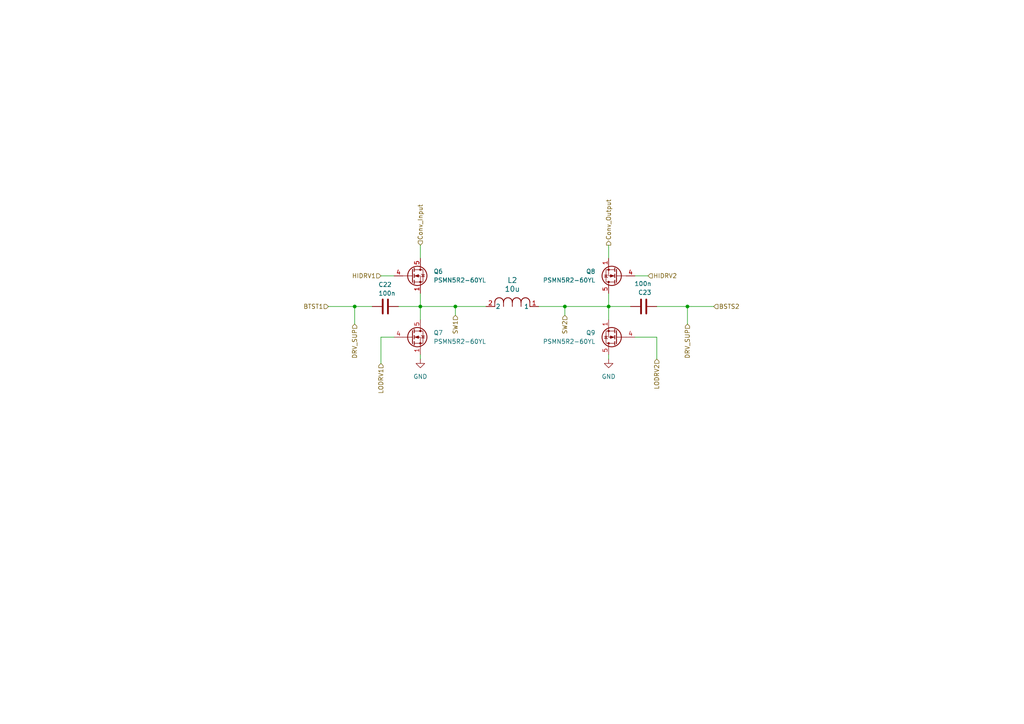
<source format=kicad_sch>
(kicad_sch (version 20231120) (generator "eeschema") (generator_version "8.0")
  (paper "A4")
  (lib_symbols
    (symbol "Device:C" (pin_numbers hide) (pin_names (offset 0.254))
      (property "Reference" "C" (at 0.635 2.54 0))
      (property "Value" "C" (at 0.635 -2.54 0))
      (symbol "C_0_1"
        (polyline (pts (xy -2.032 -0.762) (xy 2.032 -0.762)) (stroke (width 0.508)))
        (polyline (pts (xy -2.032 0.762) (xy 2.032 0.762)) (stroke (width 0.508)))
      )
      (symbol "C_1_1"
        (pin passive line (at 0 3.81 270) (length 2.794) (name "~") (number "1"))
        (pin passive line (at 0 -3.81 90) (length 2.794) (name "~") (number "2"))
      )
    )
    (symbol "Inductor:IHLP6767GZER100M01" (pin_names (offset 0.254))
      (property "Reference" "L" (at 6.985 5.08 0))
      (property "Value" "IHLP6767GZER100M01" (at 6.985 -2.54 0))
      (symbol "IHLP6767GZER100M01_1_1"
        (polyline (pts (xy 2.54 0) (xy 2.54 1.27)) (stroke (width 0.2032)))
        (polyline (pts (xy 5.08 0) (xy 5.08 1.27)) (stroke (width 0.2032)))
        (polyline (pts (xy 7.62 0) (xy 7.62 1.27)) (stroke (width 0.2032)))
        (polyline (pts (xy 10.16 0) (xy 10.16 1.27)) (stroke (width 0.2032)))
        (polyline (pts (xy 12.7 0) (xy 12.7 1.27)) (stroke (width 0.2032)))
        (arc (start 5.08 1.27) (mid 3.81 2.5344) (end 2.54 1.27) (stroke (width 0.254)))
        (arc (start 7.62 1.27) (mid 6.35 2.5344) (end 5.08 1.27) (stroke (width 0.254)))
        (arc (start 10.16 1.27) (mid 8.89 2.5344) (end 7.62 1.27) (stroke (width 0.254)))
        (arc (start 12.7 1.27) (mid 11.43 2.5344) (end 10.16 1.27) (stroke (width 0.254)))
        (pin unspecified line (at 15.24 0 180) (length 2.54) (name "1") (number "1"))
        (pin unspecified line (at 0 0 0) (length 2.54) (name "2") (number "2"))
      )
      (symbol "IHLP6767GZER100M01_1_2"
        (arc (start -1.27 5.08) (mid -2.5344 3.81) (end -1.27 2.54) (stroke (width 0.254)))
        (arc (start -1.27 7.62) (mid -2.5344 6.35) (end -1.27 5.08) (stroke (width 0.254)))
        (arc (start -1.27 10.16) (mid -2.5344 8.89) (end -1.27 7.62) (stroke (width 0.254)))
        (arc (start -1.27 12.7) (mid -2.5344 11.43) (end -1.27 10.16) (stroke (width 0.254)))
        (polyline (pts (xy 0 2.54) (xy -1.27 2.54)) (stroke (width 0.2032)))
        (polyline (pts (xy 0 5.08) (xy -1.27 5.08)) (stroke (width 0.2032)))
        (polyline (pts (xy 0 7.62) (xy -1.27 7.62)) (stroke (width 0.2032)))
        (polyline (pts (xy 0 10.16) (xy -1.27 10.16)) (stroke (width 0.2032)))
        (polyline (pts (xy 0 12.7) (xy -1.27 12.7)) (stroke (width 0.2032)))
        (pin unspecified line (at 0 15.24 270) (length 2.54) (name "1") (number "1"))
        (pin unspecified line (at 0 0 90) (length 2.54) (name "2") (number "2"))
      )
    )
    (symbol "Transistor_FET:PSMN5R2-60YL" (pin_names hide)
      (property "Reference" "Q" (at 5.715 1.905 0))
      (property "Value" "PSMN5R2-60YL" (at 12.7 0 0))
      (symbol "PSMN5R2-60YL_0_1"
        (polyline (pts (xy 0.254 0) (xy -2.54 0)))
        (polyline (pts (xy 0.254 1.905) (xy 0.254 -1.905)) (stroke (width 0.254)))
        (polyline (pts (xy 0.762 -1.27) (xy 0.762 -2.286)) (stroke (width 0.254)))
        (polyline (pts (xy 0.762 0.508) (xy 0.762 -0.508)) (stroke (width 0.254)))
        (polyline (pts (xy 0.762 2.286) (xy 0.762 1.27)) (stroke (width 0.254)))
        (polyline (pts (xy 2.54 2.54) (xy 2.54 1.778)))
        (polyline (pts (xy 2.54 -2.54) (xy 2.54 0) (xy 0.762 0)))
        (polyline (pts (xy 0.762 -1.778) (xy 3.302 -1.778) (xy 3.302 1.778) (xy 0.762 1.778)))
        (polyline (pts (xy 1.016 0) (xy 2.032 0.381) (xy 2.032 -0.381) (xy 1.016 0)) (fill (type outline)))
        (polyline (pts (xy 2.794 0.508) (xy 2.921 0.381) (xy 3.683 0.381) (xy 3.81 0.254)))
        (polyline (pts (xy 3.302 0.381) (xy 2.921 -0.254) (xy 3.683 -0.254) (xy 3.302 0.381)))
        (circle (center 1.651 0) (radius 2.794) (stroke (width 0.254)))
        (circle (center 2.54 -1.778) (radius 0.254) (fill (type outline)))
        (circle (center 2.54 1.778) (radius 0.254) (fill (type outline)))
      )
      (symbol "PSMN5R2-60YL_1_1"
        (pin passive line (at 2.54 -5.08 90) (length 2.54) (name "S") (number "1"))
        (pin passive line (at 2.54 -5.08 90) (length 2.54) hide (name "S") (number "2"))
        (pin passive line (at 2.54 -5.08 90) (length 2.54) hide (name "S") (number "3"))
        (pin passive line (at -5.08 0 0) (length 2.54) (name "G") (number "4"))
        (pin passive line (at 2.54 5.08 270) (length 2.54) (name "D") (number "5"))
      )
    )
    (symbol "power:GND" (power) (pin_numbers hide) (pin_names (offset 0) hide)
      (property "Value" "GND" (at 0 -3.81 0))
      (symbol "GND_0_1"
        (polyline (pts (xy 0 0) (xy 0 -1.27) (xy 1.27 -1.27) (xy 0 -2.54) (xy -1.27 -1.27) (xy 0 -1.27)))
      )
      (symbol "GND_1_1"
        (pin power_in line (at 0 0 270) (length 0) (name "~") (number "1"))
      )
    )
  )
  (junction (at 199.39 88.9))
  (junction (at 132.08 88.9))
  (junction (at 176.53 88.9))
  (junction (at 163.83 88.9))
  (junction (at 121.92 88.9))
  (junction (at 102.87 88.9))
  (wire (pts (xy 176.53 88.9) (xy 176.53 92.71)))
  (wire (pts (xy 110.49 97.79) (xy 110.49 105.41)))
  (wire (pts (xy 132.08 88.9) (xy 140.97 88.9)))
  (wire (pts (xy 176.53 102.87) (xy 176.53 104.14)))
  (wire (pts (xy 190.5 97.79) (xy 190.5 104.14)))
  (wire (pts (xy 132.08 91.44) (xy 132.08 88.9)))
  (wire (pts (xy 110.49 80.01) (xy 114.3 80.01)))
  (wire (pts (xy 184.15 97.79) (xy 190.5 97.79)))
  (wire (pts (xy 121.92 71.12) (xy 121.92 74.93)))
  (wire (pts (xy 156.21 88.9) (xy 163.83 88.9)))
  (wire (pts (xy 121.92 85.09) (xy 121.92 88.9)))
  (wire (pts (xy 199.39 88.9) (xy 199.39 93.98)))
  (wire (pts (xy 115.57 88.9) (xy 121.92 88.9)))
  (wire (pts (xy 132.08 88.9) (xy 121.92 88.9)))
  (wire (pts (xy 176.53 88.9) (xy 182.88 88.9)))
  (wire (pts (xy 163.83 88.9) (xy 163.83 91.44)))
  (wire (pts (xy 163.83 88.9) (xy 176.53 88.9)))
  (wire (pts (xy 102.87 88.9) (xy 102.87 93.98)))
  (wire (pts (xy 199.39 88.9) (xy 207.01 88.9)))
  (wire (pts (xy 184.15 80.01) (xy 187.96 80.01)))
  (wire (pts (xy 121.92 102.87) (xy 121.92 104.14)))
  (wire (pts (xy 114.3 97.79) (xy 110.49 97.79)))
  (wire (pts (xy 176.53 85.09) (xy 176.53 88.9)))
  (wire (pts (xy 190.5 88.9) (xy 199.39 88.9)))
  (wire (pts (xy 176.53 71.12) (xy 176.53 74.93)))
  (wire (pts (xy 107.95 88.9) (xy 102.87 88.9)))
  (wire (pts (xy 102.87 88.9) (xy 95.25 88.9)))
  (wire (pts (xy 121.92 88.9) (xy 121.92 92.71)))
  (hierarchical_label "DRV_SUP" (shape input) (at 102.87 93.98 270))
  (hierarchical_label "HIDRV1" (shape input) (at 110.49 80.01 180))
  (hierarchical_label "BTST1" (shape input) (at 95.25 88.9 180))
  (hierarchical_label "SW2" (shape input) (at 163.83 91.44 270))
  (hierarchical_label "LODRV1" (shape input) (at 110.49 105.41 270))
  (hierarchical_label "HIDRV2" (shape input) (at 187.96 80.01 0))
  (hierarchical_label "Conv_Output" (shape output) (at 176.53 71.12 90))
  (hierarchical_label "BSTS2" (shape input) (at 207.01 88.9 0))
  (hierarchical_label "SW1" (shape input) (at 132.08 91.44 270))
  (hierarchical_label "Conv_Input" (shape input) (at 121.92 71.12 90))
  (hierarchical_label "DRV_SUP" (shape input) (at 199.39 93.98 270))
  (hierarchical_label "LODRV2" (shape input) (at 190.5 104.14 270))
  (symbol (lib_id "Device:C") (at 186.69 88.9 90) (unit 1)
    (property "Reference" "C23" (at 188.976 84.836 90) (effects (justify left)))
    (property "Value" "100n" (at 188.976 82.296 90) (effects (justify left)))
    (property "Description" "Unpolarized capacitor" (effects (hide yes)))
  )
  (symbol (lib_id "power:GND") (at 121.92 104.14 0) (unit 1)
    (property "Reference" "#PWR37" (effects (hide yes)))
    (property "Value" "GND" (at 121.92 109.22 0))
    (property "Description" "Power symbol creates a global label with name \"GND\" , ground" (effects (hide yes)))
  )
  (symbol (lib_id "Inductor:IHLP6767GZER100M01") (at 140.97 88.9 0) (unit 1)
    (property "Reference" "L2" (at 148.59 81.28 0) (effects (font (size 1.524 1.524))))
    (property "Value" "10u" (at 148.59 83.82 0) (effects (font (size 1.524 1.524))))
    (property "Footprint" "IND_IHLP-6767GZ_VIS" (effects (hide yes)))
    (property "Datasheet" "IHLP6767GZER100M01" (effects (hide yes)))
  )
  (symbol (lib_id "power:GND") (at 176.53 104.14 0) (unit 1)
    (property "Reference" "#PWR38" (effects (hide yes)))
    (property "Value" "GND" (at 176.53 109.22 0))
    (property "Description" "Power symbol creates a global label with name \"GND\" , ground" (effects (hide yes)))
  )
  (symbol (lib_id "Device:C") (at 111.76 88.9 270) (unit 1)
    (property "Reference" "C22" (at 109.728 82.55 90) (effects (justify left)))
    (property "Value" "100n" (at 109.728 85.09 90) (effects (justify left)))
    (property "Description" "Unpolarized capacitor" (effects (hide yes)))
  )
  (symbol (lib_id "Transistor_FET:PSMN5R2-60YL") (at 179.07 80.01 180) (unit 1)
    (property "Reference" "Q8" (at 172.72 78.7399 0) (effects (justify left)))
    (property "Value" "PSMN5R2-60YL" (at 172.72 81.2799 0) (effects (justify left)))
    (property "Footprint" "Package_TO_SOT_SMD:LFPAK56" (effects (hide yes)))
    (property "Datasheet" "https://assets.nexperia.com/documents/data-sheet/PSMN5R2-60YL.pdf" (effects (hide yes)))
    (property "Description" "100A, 60V Vds, N-Channel MOSFET, 5.2mOhm Ron, LFPAK56" (effects (hide yes)))
  )
  (symbol (lib_id "Transistor_FET:PSMN5R2-60YL") (at 119.38 80.01 0) (unit 1)
    (property "Reference" "Q6" (at 125.73 78.7399 0) (effects (justify left)))
    (property "Value" "PSMN5R2-60YL" (at 125.73 81.2799 0) (effects (justify left)))
    (property "Footprint" "Package_TO_SOT_SMD:LFPAK56" (effects (hide yes)))
    (property "Datasheet" "https://assets.nexperia.com/documents/data-sheet/PSMN5R2-60YL.pdf" (effects (hide yes)))
    (property "Description" "100A, 60V Vds, N-Channel MOSFET, 5.2mOhm Ron, LFPAK56" (effects (hide yes)))
  )
  (symbol (lib_id "Transistor_FET:PSMN5R2-60YL") (at 179.07 97.79 180) (unit 1)
    (property "Reference" "Q9" (at 172.72 96.5199 0) (effects (justify left)))
    (property "Value" "PSMN5R2-60YL" (at 172.72 99.0599 0) (effects (justify left)))
    (property "Footprint" "Package_TO_SOT_SMD:LFPAK56" (effects (hide yes)))
    (property "Datasheet" "https://assets.nexperia.com/documents/data-sheet/PSMN5R2-60YL.pdf" (effects (hide yes)))
    (property "Description" "100A, 60V Vds, N-Channel MOSFET, 5.2mOhm Ron, LFPAK56" (effects (hide yes)))
  )
  (symbol (lib_id "Transistor_FET:PSMN5R2-60YL") (at 119.38 97.79 0) (unit 1)
    (property "Reference" "Q7" (at 125.73 96.5199 0) (effects (justify left)))
    (property "Value" "PSMN5R2-60YL" (at 125.73 99.0599 0) (effects (justify left)))
    (property "Footprint" "Package_TO_SOT_SMD:LFPAK56" (effects (hide yes)))
    (property "Datasheet" "https://assets.nexperia.com/documents/data-sheet/PSMN5R2-60YL.pdf" (effects (hide yes)))
    (property "Description" "100A, 60V Vds, N-Channel MOSFET, 5.2mOhm Ron, LFPAK56" (effects (hide yes)))
  )
)
</source>
